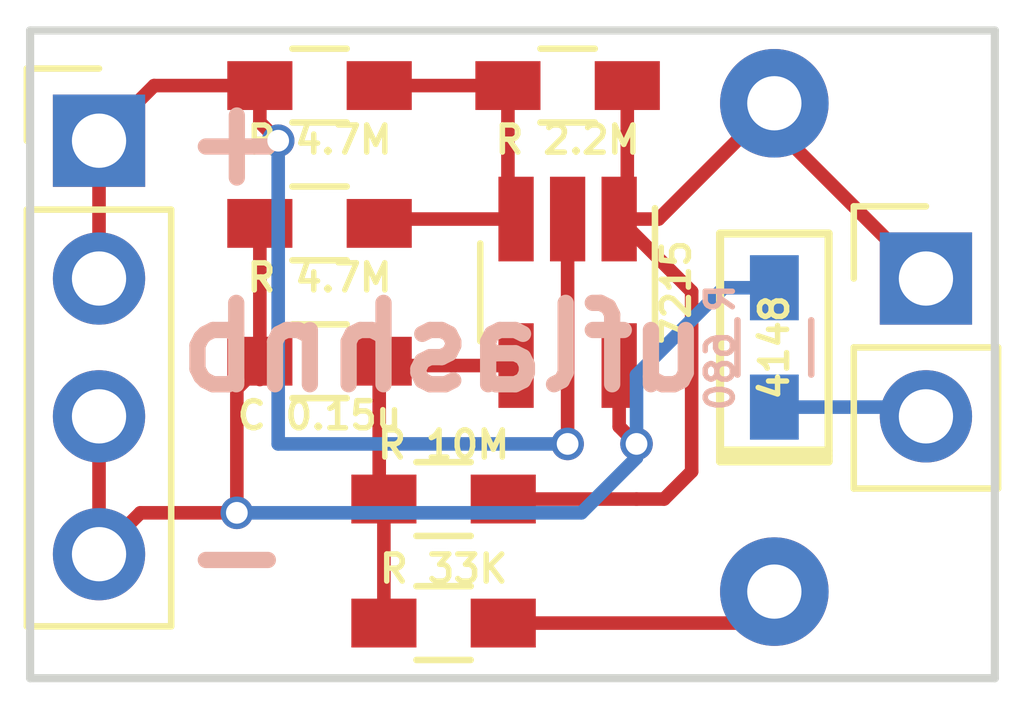
<source format=kicad_pcb>
(kicad_pcb (version 4) (host pcbnew 4.0.7-e2-6376~58~ubuntu16.04.1)

  (general
    (links 0)
    (no_connects 0)
    (area 185.889999 82.371999 212.906 94.868)
    (thickness 1.6)
    (drawings 7)
    (tracks 54)
    (zones 0)
    (modules 11)
    (nets 1)
  )

  (page A4)
  (layers
    (0 F.Cu signal)
    (31 B.Cu signal)
    (32 B.Adhes user)
    (33 F.Adhes user)
    (34 B.Paste user)
    (35 F.Paste user)
    (36 B.SilkS user)
    (37 F.SilkS user)
    (38 B.Mask user)
    (39 F.Mask user)
    (40 Dwgs.User user)
    (41 Cmts.User user)
    (42 Eco1.User user)
    (43 Eco2.User user)
    (44 Edge.Cuts user)
    (45 Margin user)
    (46 B.CrtYd user)
    (47 F.CrtYd user)
    (48 B.Fab user)
    (49 F.Fab user)
  )

  (setup
    (last_trace_width 0.25)
    (trace_clearance 0.2)
    (zone_clearance 0.508)
    (zone_45_only no)
    (trace_min 0.2)
    (segment_width 0.2)
    (edge_width 0.15)
    (via_size 0.6)
    (via_drill 0.4)
    (via_min_size 0.4)
    (via_min_drill 0.3)
    (uvia_size 0.3)
    (uvia_drill 0.1)
    (uvias_allowed no)
    (uvia_min_size 0.2)
    (uvia_min_drill 0.1)
    (pcb_text_width 0.3)
    (pcb_text_size 1.5 1.5)
    (mod_edge_width 0.15)
    (mod_text_size 1 1)
    (mod_text_width 0.15)
    (pad_size 1.524 1.524)
    (pad_drill 0.762)
    (pad_to_mask_clearance 0.2)
    (aux_axis_origin 0 0)
    (visible_elements FFFFFF7F)
    (pcbplotparams
      (layerselection 0x00030_80000001)
      (usegerberextensions false)
      (excludeedgelayer true)
      (linewidth 0.150000)
      (plotframeref false)
      (viasonmask false)
      (mode 1)
      (useauxorigin false)
      (hpglpennumber 1)
      (hpglpenspeed 20)
      (hpglpendiameter 15)
      (hpglpenoverlay 2)
      (psnegative false)
      (psa4output false)
      (plotreference true)
      (plotvalue true)
      (plotinvisibletext false)
      (padsonsilk false)
      (subtractmaskfromsilk false)
      (outputformat 1)
      (mirror false)
      (drillshape 1)
      (scaleselection 1)
      (outputdirectory ""))
  )

  (net 0 "")

  (net_class Default "This is the default net class."
    (clearance 0.2)
    (trace_width 0.25)
    (via_dia 0.6)
    (via_drill 0.4)
    (uvia_dia 0.3)
    (uvia_drill 0.1)
  )

  (module Resistors_SMD:R_0603_HandSoldering (layer B.Cu) (tedit 5A8A5CAE) (tstamp 5A902C9A)
    (at 197.612 88.138 270)
    (descr "Resistor SMD 0603, hand soldering")
    (tags "resistor 0603")
    (attr smd)
    (fp_text reference "R 680" (at 0 1 270) (layer B.SilkS)
      (effects (font (size 0.5 0.5) (thickness 0.1)) (justify mirror))
    )
    (fp_text value "" (at 0 -1.55 270) (layer B.Fab)
      (effects (font (size 1 1) (thickness 0.15)) (justify mirror))
    )
    (fp_text user %R (at 0 0 270) (layer B.Fab)
      (effects (font (size 0.4 0.4) (thickness 0.075)) (justify mirror))
    )
    (fp_line (start -0.8 -0.4) (end -0.8 0.4) (layer B.Fab) (width 0.1))
    (fp_line (start 0.8 -0.4) (end -0.8 -0.4) (layer B.Fab) (width 0.1))
    (fp_line (start 0.8 0.4) (end 0.8 -0.4) (layer B.Fab) (width 0.1))
    (fp_line (start -0.8 0.4) (end 0.8 0.4) (layer B.Fab) (width 0.1))
    (fp_line (start 0.5 -0.68) (end -0.5 -0.68) (layer B.SilkS) (width 0.12))
    (fp_line (start -0.5 0.68) (end 0.5 0.68) (layer B.SilkS) (width 0.12))
    (fp_line (start -1.96 0.7) (end 1.95 0.7) (layer B.CrtYd) (width 0.05))
    (fp_line (start -1.96 0.7) (end -1.96 -0.7) (layer B.CrtYd) (width 0.05))
    (fp_line (start 1.95 -0.7) (end 1.95 0.7) (layer B.CrtYd) (width 0.05))
    (fp_line (start 1.95 -0.7) (end -1.96 -0.7) (layer B.CrtYd) (width 0.05))
    (pad 1 smd rect (at -1.1 0 270) (size 1.2 0.9) (layers B.Cu B.Paste B.Mask))
    (pad 2 smd rect (at 1.1 0 270) (size 1.2 0.9) (layers B.Cu B.Paste B.Mask))
    (model ${KISYS3DMOD}/Resistors_SMD.3dshapes/R_0603.wrl
      (at (xyz 0 0 0))
      (scale (xyz 1 1 1))
      (rotate (xyz 0 0 0))
    )
  )

  (module Resistors_SMD:R_0603_HandSoldering (layer F.Cu) (tedit 5A8A470B) (tstamp 5A8A8B39)
    (at 191.516 93.218)
    (descr "Resistor SMD 0603, hand soldering")
    (tags "resistor 0603")
    (attr smd)
    (fp_text reference "R 33K" (at 0 -1) (layer F.SilkS)
      (effects (font (size 0.5 0.5) (thickness 0.1)))
    )
    (fp_text value "" (at 0 1.55) (layer F.Fab)
      (effects (font (size 1 1) (thickness 0.15)))
    )
    (fp_text user %R (at 0 0) (layer F.Fab)
      (effects (font (size 0.4 0.4) (thickness 0.075)))
    )
    (fp_line (start -0.8 0.4) (end -0.8 -0.4) (layer F.Fab) (width 0.1))
    (fp_line (start 0.8 0.4) (end -0.8 0.4) (layer F.Fab) (width 0.1))
    (fp_line (start 0.8 -0.4) (end 0.8 0.4) (layer F.Fab) (width 0.1))
    (fp_line (start -0.8 -0.4) (end 0.8 -0.4) (layer F.Fab) (width 0.1))
    (fp_line (start 0.5 0.68) (end -0.5 0.68) (layer F.SilkS) (width 0.12))
    (fp_line (start -0.5 -0.68) (end 0.5 -0.68) (layer F.SilkS) (width 0.12))
    (fp_line (start -1.96 -0.7) (end 1.95 -0.7) (layer F.CrtYd) (width 0.05))
    (fp_line (start -1.96 -0.7) (end -1.96 0.7) (layer F.CrtYd) (width 0.05))
    (fp_line (start 1.95 0.7) (end 1.95 -0.7) (layer F.CrtYd) (width 0.05))
    (fp_line (start 1.95 0.7) (end -1.96 0.7) (layer F.CrtYd) (width 0.05))
    (pad 1 smd rect (at -1.1 0) (size 1.2 0.9) (layers F.Cu F.Paste F.Mask))
    (pad 2 smd rect (at 1.1 0) (size 1.2 0.9) (layers F.Cu F.Paste F.Mask))
    (model ${KISYS3DMOD}/Resistors_SMD.3dshapes/R_0603.wrl
      (at (xyz 0 0 0))
      (scale (xyz 1 1 1))
      (rotate (xyz 0 0 0))
    )
  )

  (module Resistors_SMD:R_0603_HandSoldering (layer F.Cu) (tedit 5A8A46F6) (tstamp 5A8A8B28)
    (at 191.516 90.932)
    (descr "Resistor SMD 0603, hand soldering")
    (tags "resistor 0603")
    (attr smd)
    (fp_text reference "R 10M" (at 0 -1) (layer F.SilkS)
      (effects (font (size 0.5 0.5) (thickness 0.1)))
    )
    (fp_text value "" (at 0 1.55) (layer F.Fab)
      (effects (font (size 1 1) (thickness 0.15)))
    )
    (fp_text user %R (at 0 0) (layer F.Fab)
      (effects (font (size 0.4 0.4) (thickness 0.075)))
    )
    (fp_line (start -0.8 0.4) (end -0.8 -0.4) (layer F.Fab) (width 0.1))
    (fp_line (start 0.8 0.4) (end -0.8 0.4) (layer F.Fab) (width 0.1))
    (fp_line (start 0.8 -0.4) (end 0.8 0.4) (layer F.Fab) (width 0.1))
    (fp_line (start -0.8 -0.4) (end 0.8 -0.4) (layer F.Fab) (width 0.1))
    (fp_line (start 0.5 0.68) (end -0.5 0.68) (layer F.SilkS) (width 0.12))
    (fp_line (start -0.5 -0.68) (end 0.5 -0.68) (layer F.SilkS) (width 0.12))
    (fp_line (start -1.96 -0.7) (end 1.95 -0.7) (layer F.CrtYd) (width 0.05))
    (fp_line (start -1.96 -0.7) (end -1.96 0.7) (layer F.CrtYd) (width 0.05))
    (fp_line (start 1.95 0.7) (end 1.95 -0.7) (layer F.CrtYd) (width 0.05))
    (fp_line (start 1.95 0.7) (end -1.96 0.7) (layer F.CrtYd) (width 0.05))
    (pad 1 smd rect (at -1.1 0) (size 1.2 0.9) (layers F.Cu F.Paste F.Mask))
    (pad 2 smd rect (at 1.1 0) (size 1.2 0.9) (layers F.Cu F.Paste F.Mask))
    (model ${KISYS3DMOD}/Resistors_SMD.3dshapes/R_0603.wrl
      (at (xyz 0 0 0))
      (scale (xyz 1 1 1))
      (rotate (xyz 0 0 0))
    )
  )

  (module Resistors_SMD:R_0603_HandSoldering (layer F.Cu) (tedit 5A8A4719) (tstamp 5A8A89B6)
    (at 189.23 88.392 180)
    (descr "Resistor SMD 0603, hand soldering")
    (tags "resistor 0603")
    (attr smd)
    (fp_text reference "C 0.15u" (at 0 -1 180) (layer F.SilkS)
      (effects (font (size 0.5 0.5) (thickness 0.1)))
    )
    (fp_text value "" (at 0 1.55 180) (layer F.Fab)
      (effects (font (size 1 1) (thickness 0.15)))
    )
    (fp_text user %R (at 0 0 180) (layer F.Fab)
      (effects (font (size 0.4 0.4) (thickness 0.075)))
    )
    (fp_line (start -0.8 0.4) (end -0.8 -0.4) (layer F.Fab) (width 0.1))
    (fp_line (start 0.8 0.4) (end -0.8 0.4) (layer F.Fab) (width 0.1))
    (fp_line (start 0.8 -0.4) (end 0.8 0.4) (layer F.Fab) (width 0.1))
    (fp_line (start -0.8 -0.4) (end 0.8 -0.4) (layer F.Fab) (width 0.1))
    (fp_line (start 0.5 0.68) (end -0.5 0.68) (layer F.SilkS) (width 0.12))
    (fp_line (start -0.5 -0.68) (end 0.5 -0.68) (layer F.SilkS) (width 0.12))
    (fp_line (start -1.96 -0.7) (end 1.95 -0.7) (layer F.CrtYd) (width 0.05))
    (fp_line (start -1.96 -0.7) (end -1.96 0.7) (layer F.CrtYd) (width 0.05))
    (fp_line (start 1.95 0.7) (end 1.95 -0.7) (layer F.CrtYd) (width 0.05))
    (fp_line (start 1.95 0.7) (end -1.96 0.7) (layer F.CrtYd) (width 0.05))
    (pad 1 smd rect (at -1.1 0 180) (size 1.2 0.9) (layers F.Cu F.Paste F.Mask))
    (pad 2 smd rect (at 1.1 0 180) (size 1.2 0.9) (layers F.Cu F.Paste F.Mask))
    (model ${KISYS3DMOD}/Resistors_SMD.3dshapes/R_0603.wrl
      (at (xyz 0 0 0))
      (scale (xyz 1 1 1))
      (rotate (xyz 0 0 0))
    )
  )

  (module Resistors_SMD:R_0603_HandSoldering (layer F.Cu) (tedit 5A8A472A) (tstamp 5A8A89A5)
    (at 189.23 85.852 180)
    (descr "Resistor SMD 0603, hand soldering")
    (tags "resistor 0603")
    (attr smd)
    (fp_text reference "R 4.7M" (at 0 -1 180) (layer F.SilkS)
      (effects (font (size 0.5 0.5) (thickness 0.1)))
    )
    (fp_text value "" (at 0 1.55 180) (layer F.Fab)
      (effects (font (size 1 1) (thickness 0.15)))
    )
    (fp_text user %R (at 0 0 180) (layer F.Fab)
      (effects (font (size 0.4 0.4) (thickness 0.075)))
    )
    (fp_line (start -0.8 0.4) (end -0.8 -0.4) (layer F.Fab) (width 0.1))
    (fp_line (start 0.8 0.4) (end -0.8 0.4) (layer F.Fab) (width 0.1))
    (fp_line (start 0.8 -0.4) (end 0.8 0.4) (layer F.Fab) (width 0.1))
    (fp_line (start -0.8 -0.4) (end 0.8 -0.4) (layer F.Fab) (width 0.1))
    (fp_line (start 0.5 0.68) (end -0.5 0.68) (layer F.SilkS) (width 0.12))
    (fp_line (start -0.5 -0.68) (end 0.5 -0.68) (layer F.SilkS) (width 0.12))
    (fp_line (start -1.96 -0.7) (end 1.95 -0.7) (layer F.CrtYd) (width 0.05))
    (fp_line (start -1.96 -0.7) (end -1.96 0.7) (layer F.CrtYd) (width 0.05))
    (fp_line (start 1.95 0.7) (end 1.95 -0.7) (layer F.CrtYd) (width 0.05))
    (fp_line (start 1.95 0.7) (end -1.96 0.7) (layer F.CrtYd) (width 0.05))
    (pad 1 smd rect (at -1.1 0 180) (size 1.2 0.9) (layers F.Cu F.Paste F.Mask))
    (pad 2 smd rect (at 1.1 0 180) (size 1.2 0.9) (layers F.Cu F.Paste F.Mask))
    (model ${KISYS3DMOD}/Resistors_SMD.3dshapes/R_0603.wrl
      (at (xyz 0 0 0))
      (scale (xyz 1 1 1))
      (rotate (xyz 0 0 0))
    )
  )

  (module Resistors_SMD:R_0603_HandSoldering (layer F.Cu) (tedit 5A8A5248) (tstamp 5A8A8994)
    (at 189.23 83.312)
    (descr "Resistor SMD 0603, hand soldering")
    (tags "resistor 0603")
    (attr smd)
    (fp_text reference "R 4.7M" (at 0 1) (layer F.SilkS)
      (effects (font (size 0.5 0.5) (thickness 0.1)))
    )
    (fp_text value "" (at 0 1.55) (layer F.Fab)
      (effects (font (size 1 1) (thickness 0.15)))
    )
    (fp_text user %R (at 0 0) (layer F.Fab)
      (effects (font (size 0.4 0.4) (thickness 0.075)))
    )
    (fp_line (start -0.8 0.4) (end -0.8 -0.4) (layer F.Fab) (width 0.1))
    (fp_line (start 0.8 0.4) (end -0.8 0.4) (layer F.Fab) (width 0.1))
    (fp_line (start 0.8 -0.4) (end 0.8 0.4) (layer F.Fab) (width 0.1))
    (fp_line (start -0.8 -0.4) (end 0.8 -0.4) (layer F.Fab) (width 0.1))
    (fp_line (start 0.5 0.68) (end -0.5 0.68) (layer F.SilkS) (width 0.12))
    (fp_line (start -0.5 -0.68) (end 0.5 -0.68) (layer F.SilkS) (width 0.12))
    (fp_line (start -1.96 -0.7) (end 1.95 -0.7) (layer F.CrtYd) (width 0.05))
    (fp_line (start -1.96 -0.7) (end -1.96 0.7) (layer F.CrtYd) (width 0.05))
    (fp_line (start 1.95 0.7) (end 1.95 -0.7) (layer F.CrtYd) (width 0.05))
    (fp_line (start 1.95 0.7) (end -1.96 0.7) (layer F.CrtYd) (width 0.05))
    (pad 1 smd rect (at -1.1 0) (size 1.2 0.9) (layers F.Cu F.Paste F.Mask))
    (pad 2 smd rect (at 1.1 0) (size 1.2 0.9) (layers F.Cu F.Paste F.Mask))
    (model ${KISYS3DMOD}/Resistors_SMD.3dshapes/R_0603.wrl
      (at (xyz 0 0 0))
      (scale (xyz 1 1 1))
      (rotate (xyz 0 0 0))
    )
  )

  (module TO_SOT_Packages_SMD:SOT-23-5_HandSoldering (layer F.Cu) (tedit 5A8A5517) (tstamp 5A8A54F0)
    (at 193.802 87.122 270)
    (descr "5-pin SOT23 package")
    (tags "SOT-23-5 hand-soldering")
    (attr smd)
    (fp_text reference 7215 (at 0 -2 270) (layer F.SilkS)
      (effects (font (size 0.5 0.5) (thickness 0.1)))
    )
    (fp_text value "" (at 0 2.9 270) (layer F.Fab)
      (effects (font (size 1 1) (thickness 0.15)))
    )
    (fp_text user %R (at 0 0 360) (layer F.Fab)
      (effects (font (size 0.5 0.5) (thickness 0.075)))
    )
    (fp_line (start -0.9 1.61) (end 0.9 1.61) (layer F.SilkS) (width 0.12))
    (fp_line (start 0.9 -1.61) (end -1.55 -1.61) (layer F.SilkS) (width 0.12))
    (fp_line (start -0.9 -0.9) (end -0.25 -1.55) (layer F.Fab) (width 0.1))
    (fp_line (start 0.9 -1.55) (end -0.25 -1.55) (layer F.Fab) (width 0.1))
    (fp_line (start -0.9 -0.9) (end -0.9 1.55) (layer F.Fab) (width 0.1))
    (fp_line (start 0.9 1.55) (end -0.9 1.55) (layer F.Fab) (width 0.1))
    (fp_line (start 0.9 -1.55) (end 0.9 1.55) (layer F.Fab) (width 0.1))
    (fp_line (start -2.38 -1.8) (end 2.38 -1.8) (layer F.CrtYd) (width 0.05))
    (fp_line (start -2.38 -1.8) (end -2.38 1.8) (layer F.CrtYd) (width 0.05))
    (fp_line (start 2.38 1.8) (end 2.38 -1.8) (layer F.CrtYd) (width 0.05))
    (fp_line (start 2.38 1.8) (end -2.38 1.8) (layer F.CrtYd) (width 0.05))
    (pad 1 smd rect (at -1.35 -0.95 270) (size 1.56 0.65) (layers F.Cu F.Paste F.Mask))
    (pad 2 smd rect (at -1.35 0 270) (size 1.56 0.65) (layers F.Cu F.Paste F.Mask))
    (pad 3 smd rect (at -1.35 0.95 270) (size 1.56 0.65) (layers F.Cu F.Paste F.Mask))
    (pad 4 smd rect (at 1.35 0.95 270) (size 1.56 0.65) (layers F.Cu F.Paste F.Mask))
    (pad 5 smd rect (at 1.35 -0.95 270) (size 1.56 0.65) (layers F.Cu F.Paste F.Mask))
    (model ${KISYS3DMOD}/TO_SOT_Packages_SMD.3dshapes\SOT-23-5.wrl
      (at (xyz 0 0 0))
      (scale (xyz 1 1 1))
      (rotate (xyz 0 0 0))
    )
  )

  (module Resistors_SMD:R_0603_HandSoldering (layer F.Cu) (tedit 5A8A5267) (tstamp 5A8A894E)
    (at 193.802 83.312)
    (descr "Resistor SMD 0603, hand soldering")
    (tags "resistor 0603")
    (attr smd)
    (fp_text reference "R 2.2M" (at 0 1) (layer F.SilkS)
      (effects (font (size 0.5 0.5) (thickness 0.1)))
    )
    (fp_text value "" (at 0 1.55) (layer F.Fab)
      (effects (font (size 1 1) (thickness 0.15)))
    )
    (fp_text user %R (at 0 0) (layer F.Fab)
      (effects (font (size 0.4 0.4) (thickness 0.075)))
    )
    (fp_line (start -0.8 0.4) (end -0.8 -0.4) (layer F.Fab) (width 0.1))
    (fp_line (start 0.8 0.4) (end -0.8 0.4) (layer F.Fab) (width 0.1))
    (fp_line (start 0.8 -0.4) (end 0.8 0.4) (layer F.Fab) (width 0.1))
    (fp_line (start -0.8 -0.4) (end 0.8 -0.4) (layer F.Fab) (width 0.1))
    (fp_line (start 0.5 0.68) (end -0.5 0.68) (layer F.SilkS) (width 0.12))
    (fp_line (start -0.5 -0.68) (end 0.5 -0.68) (layer F.SilkS) (width 0.12))
    (fp_line (start -1.96 -0.7) (end 1.95 -0.7) (layer F.CrtYd) (width 0.05))
    (fp_line (start -1.96 -0.7) (end -1.96 0.7) (layer F.CrtYd) (width 0.05))
    (fp_line (start 1.95 0.7) (end 1.95 -0.7) (layer F.CrtYd) (width 0.05))
    (fp_line (start 1.95 0.7) (end -1.96 0.7) (layer F.CrtYd) (width 0.05))
    (pad 1 smd rect (at -1.1 0) (size 1.2 0.9) (layers F.Cu F.Paste F.Mask))
    (pad 2 smd rect (at 1.1 0) (size 1.2 0.9) (layers F.Cu F.Paste F.Mask))
    (model ${KISYS3DMOD}/Resistors_SMD.3dshapes/R_0603.wrl
      (at (xyz 0 0 0))
      (scale (xyz 1 1 1))
      (rotate (xyz 0 0 0))
    )
  )

  (module Battery_Holders:diode (layer F.Cu) (tedit 5A8A5505) (tstamp 5A8A5191)
    (at 197.612 88.138 90)
    (descr "diode 4.2max ,")
    (tags "diode 4.2max ,")
    (fp_text reference 4148 (at 0 0 90) (layer F.SilkS)
      (effects (font (size 0.5 0.5) (thickness 0.1)))
    )
    (fp_text value "" (at 0 0 90) (layer F.SilkS)
      (effects (font (thickness 0.15)))
    )
    (fp_line (start -2.1 1) (end 2.1 1) (layer F.SilkS) (width 0.15))
    (fp_line (start -2.1 -1) (end 2.1 -1) (layer F.SilkS) (width 0.15))
    (fp_line (start -1.9 1) (end -1.9 -1) (layer F.SilkS) (width 0.15))
    (fp_line (start -2 1) (end -2 -1) (layer F.SilkS) (width 0.15))
    (fp_line (start -2.1 1) (end -2.1 -1) (layer F.SilkS) (width 0.15))
    (fp_line (start 2.1 1) (end 2.1 -1) (layer F.SilkS) (width 0.15))
    (pad 1 thru_hole circle (at -4.5 0 90) (size 2 2) (drill 1) (layers *.Cu *.Mask))
    (pad 2 thru_hole circle (at 4.5 0 90) (size 2 2) (drill 1) (layers *.Cu *.Mask))
  )

  (module Pin_Headers:Pin_Header_Straight_1x04_Pitch2.54mm (layer F.Cu) (tedit 5A8CDFB1) (tstamp 5A8FA634)
    (at 185.166 84.328)
    (descr "Through hole straight pin header, 1x04, 2.54mm pitch, single row")
    (tags "Through hole pin header THT 1x04 2.54mm single row")
    (fp_text reference "" (at 0 -2.33) (layer F.SilkS)
      (effects (font (size 1 1) (thickness 0.15)))
    )
    (fp_text value "" (at 0 9.95) (layer F.Fab)
      (effects (font (size 1 1) (thickness 0.15)))
    )
    (fp_line (start -0.635 -1.27) (end 1.27 -1.27) (layer F.Fab) (width 0.1))
    (fp_line (start 1.27 -1.27) (end 1.27 8.89) (layer F.Fab) (width 0.1))
    (fp_line (start 1.27 8.89) (end -1.27 8.89) (layer F.Fab) (width 0.1))
    (fp_line (start -1.27 8.89) (end -1.27 -0.635) (layer F.Fab) (width 0.1))
    (fp_line (start -1.27 -0.635) (end -0.635 -1.27) (layer F.Fab) (width 0.1))
    (fp_line (start -1.33 8.95) (end 1.33 8.95) (layer F.SilkS) (width 0.12))
    (fp_line (start -1.33 1.27) (end -1.33 8.95) (layer F.SilkS) (width 0.12))
    (fp_line (start 1.33 1.27) (end 1.33 8.95) (layer F.SilkS) (width 0.12))
    (fp_line (start -1.33 1.27) (end 1.33 1.27) (layer F.SilkS) (width 0.12))
    (fp_line (start -1.33 0) (end -1.33 -1.33) (layer F.SilkS) (width 0.12))
    (fp_line (start -1.33 -1.33) (end 0 -1.33) (layer F.SilkS) (width 0.12))
    (fp_line (start -1.8 -1.8) (end -1.8 9.4) (layer F.CrtYd) (width 0.05))
    (fp_line (start -1.8 9.4) (end 1.8 9.4) (layer F.CrtYd) (width 0.05))
    (fp_line (start 1.8 9.4) (end 1.8 -1.8) (layer F.CrtYd) (width 0.05))
    (fp_line (start 1.8 -1.8) (end -1.8 -1.8) (layer F.CrtYd) (width 0.05))
    (fp_text user %R (at 0 3.81 90) (layer F.Fab)
      (effects (font (size 1 1) (thickness 0.15)))
    )
    (pad 1 thru_hole rect (at 0 0) (size 1.7 1.7) (drill 1) (layers *.Cu *.Mask))
    (pad 2 thru_hole oval (at 0 2.54) (size 1.7 1.7) (drill 1) (layers *.Cu *.Mask))
    (pad 3 thru_hole oval (at 0 5.08) (size 1.7 1.7) (drill 1) (layers *.Cu *.Mask))
    (pad 4 thru_hole oval (at 0 7.62) (size 1.7 1.7) (drill 1) (layers *.Cu *.Mask))
    (model ${KISYS3DMOD}/Pin_Headers.3dshapes/Pin_Header_Straight_1x04_Pitch2.54mm.wrl
      (at (xyz 0 0 0))
      (scale (xyz 1 1 1))
      (rotate (xyz 0 0 0))
    )
  )

  (module Pin_Headers:Pin_Header_Straight_1x02_Pitch2.54mm (layer F.Cu) (tedit 5A8CE0B4) (tstamp 5A926DD3)
    (at 200.406 86.868)
    (descr "Through hole straight pin header, 1x02, 2.54mm pitch, single row")
    (tags "Through hole pin header THT 1x02 2.54mm single row")
    (fp_text reference "" (at 0 -2.33) (layer F.SilkS)
      (effects (font (size 1 1) (thickness 0.15)))
    )
    (fp_text value "" (at 0 4.87) (layer F.Fab)
      (effects (font (size 1 1) (thickness 0.15)))
    )
    (fp_line (start -0.635 -1.27) (end 1.27 -1.27) (layer F.Fab) (width 0.1))
    (fp_line (start 1.27 -1.27) (end 1.27 3.81) (layer F.Fab) (width 0.1))
    (fp_line (start 1.27 3.81) (end -1.27 3.81) (layer F.Fab) (width 0.1))
    (fp_line (start -1.27 3.81) (end -1.27 -0.635) (layer F.Fab) (width 0.1))
    (fp_line (start -1.27 -0.635) (end -0.635 -1.27) (layer F.Fab) (width 0.1))
    (fp_line (start -1.33 3.87) (end 1.33 3.87) (layer F.SilkS) (width 0.12))
    (fp_line (start -1.33 1.27) (end -1.33 3.87) (layer F.SilkS) (width 0.12))
    (fp_line (start 1.33 1.27) (end 1.33 3.87) (layer F.SilkS) (width 0.12))
    (fp_line (start -1.33 1.27) (end 1.33 1.27) (layer F.SilkS) (width 0.12))
    (fp_line (start -1.33 0) (end -1.33 -1.33) (layer F.SilkS) (width 0.12))
    (fp_line (start -1.33 -1.33) (end 0 -1.33) (layer F.SilkS) (width 0.12))
    (fp_line (start -1.8 -1.8) (end -1.8 4.35) (layer F.CrtYd) (width 0.05))
    (fp_line (start -1.8 4.35) (end 1.8 4.35) (layer F.CrtYd) (width 0.05))
    (fp_line (start 1.8 4.35) (end 1.8 -1.8) (layer F.CrtYd) (width 0.05))
    (fp_line (start 1.8 -1.8) (end -1.8 -1.8) (layer F.CrtYd) (width 0.05))
    (fp_text user %R (at 0 1.27 90) (layer F.Fab)
      (effects (font (size 1 1) (thickness 0.15)))
    )
    (pad 1 thru_hole rect (at 0 0) (size 1.7 1.7) (drill 1) (layers *.Cu *.Mask))
    (pad 2 thru_hole oval (at 0 2.54) (size 1.7 1.7) (drill 1) (layers *.Cu *.Mask))
    (model ${KISYS3DMOD}/Pin_Headers.3dshapes/Pin_Header_Straight_1x02_Pitch2.54mm.wrl
      (at (xyz 0 0 0))
      (scale (xyz 1 1 1))
      (rotate (xyz 0 0 0))
    )
  )

  (gr_line (start 201.676 82.296) (end 201.676 94.234) (angle 90) (layer Edge.Cuts) (width 0.15))
  (gr_line (start 183.896 82.296) (end 201.676 82.296) (angle 90) (layer Edge.Cuts) (width 0.15))
  (gr_line (start 183.896 94.234) (end 183.896 82.296) (angle 90) (layer Edge.Cuts) (width 0.15))
  (gr_line (start 201.676 94.234) (end 183.896 94.234) (angle 90) (layer Edge.Cuts) (width 0.15))
  (gr_text uflashnb (at 191.516 88.138) (layer B.SilkS)
    (effects (font (size 1.5 1.5) (thickness 0.3)) (justify mirror))
  )
  (gr_text - (at 187.706 91.948) (layer B.SilkS)
    (effects (font (size 1.5 1.5) (thickness 0.3)) (justify mirror))
  )
  (gr_text + (at 187.706 84.328) (layer B.SilkS)
    (effects (font (size 1.5 1.5) (thickness 0.3)) (justify mirror))
  )

  (segment (start 187.706 91.186) (end 185.928 91.186) (width 0.25) (layer F.Cu) (net 0))
  (segment (start 185.928 91.186) (end 185.166 91.948) (width 0.25) (layer F.Cu) (net 0) (tstamp 5A926ED8) (status 800000))
  (segment (start 195.072 89.916) (end 195.072 90.17) (width 0.25) (layer B.Cu) (net 0))
  (segment (start 187.706 88.9) (end 188.13 88.476) (width 0.25) (layer F.Cu) (net 0) (tstamp 5A926ED5) (status 800000))
  (segment (start 187.706 91.186) (end 187.706 88.9) (width 0.25) (layer F.Cu) (net 0) (tstamp 5A926ED4))
  (via (at 187.706 91.186) (size 0.6) (drill 0.4) (layers F.Cu B.Cu) (net 0))
  (segment (start 194.056 91.186) (end 187.706 91.186) (width 0.25) (layer B.Cu) (net 0) (tstamp 5A926ED1))
  (segment (start 195.072 90.17) (end 194.056 91.186) (width 0.25) (layer B.Cu) (net 0) (tstamp 5A926ED0))
  (segment (start 188.13 88.476) (end 188.13 88.392) (width 0.25) (layer F.Cu) (net 0) (tstamp 5A926ED6) (status C00000))
  (segment (start 188.13 83.312) (end 186.182 83.312) (width 0.25) (layer F.Cu) (net 0))
  (segment (start 186.182 83.312) (end 185.166 84.328) (width 0.25) (layer F.Cu) (net 0) (tstamp 5A926ECB))
  (segment (start 185.166 91.948) (end 185.166 89.408) (width 0.25) (layer F.Cu) (net 0))
  (segment (start 185.166 84.328) (end 185.166 86.868) (width 0.25) (layer F.Cu) (net 0))
  (segment (start 188.13 85.852) (end 188.13 88.392) (width 0.25) (layer F.Cu) (net 0))
  (segment (start 188.13 88.73) (end 188.13 88.392) (width 0.25) (layer F.Cu) (net 0) (tstamp 5A926EA5))
  (segment (start 193.802 85.772) (end 193.802 89.916) (width 0.25) (layer F.Cu) (net 0))
  (segment (start 188.13 83.99) (end 188.13 83.312) (width 0.25) (layer F.Cu) (net 0) (tstamp 5A926E9C))
  (segment (start 188.468 84.328) (end 188.13 83.99) (width 0.25) (layer F.Cu) (net 0) (tstamp 5A926E9B))
  (via (at 188.468 84.328) (size 0.6) (drill 0.4) (layers F.Cu B.Cu) (net 0))
  (segment (start 188.468 89.916) (end 188.468 84.328) (width 0.25) (layer B.Cu) (net 0) (tstamp 5A926E98))
  (segment (start 193.802 89.916) (end 188.468 89.916) (width 0.25) (layer B.Cu) (net 0) (tstamp 5A926E97))
  (via (at 193.802 89.916) (size 0.6) (drill 0.4) (layers F.Cu B.Cu) (net 0))
  (segment (start 197.612 87.038) (end 196.68 87.038) (width 0.25) (layer B.Cu) (net 0))
  (segment (start 195.072 88.646) (end 195.072 89.916) (width 0.25) (layer B.Cu) (net 0) (tstamp 5A926E34))
  (segment (start 196.68 87.038) (end 195.072 88.646) (width 0.25) (layer B.Cu) (net 0) (tstamp 5A926E33))
  (segment (start 197.612 89.238) (end 200.236 89.238) (width 0.25) (layer B.Cu) (net 0))
  (segment (start 200.236 89.238) (end 200.406 89.408) (width 0.25) (layer B.Cu) (net 0) (tstamp 5A926E31))
  (segment (start 197.612 83.638) (end 197.612 84.074) (width 0.25) (layer F.Cu) (net 0))
  (segment (start 197.612 84.074) (end 200.406 86.868) (width 0.25) (layer F.Cu) (net 0) (tstamp 5A926E2D))
  (segment (start 194.902 83.312) (end 194.902 85.622) (width 0.25) (layer F.Cu) (net 0))
  (segment (start 194.902 85.622) (end 194.752 85.772) (width 0.25) (layer F.Cu) (net 0) (tstamp 5A8A5F37))
  (segment (start 192.616 93.218) (end 197.032 93.218) (width 0.25) (layer F.Cu) (net 0))
  (segment (start 197.032 93.218) (end 197.612 92.638) (width 0.25) (layer F.Cu) (net 0) (tstamp 5A8A5215))
  (segment (start 194.752 85.772) (end 195.478 85.772) (width 0.25) (layer F.Cu) (net 0))
  (segment (start 195.478 85.772) (end 197.612 83.638) (width 0.25) (layer F.Cu) (net 0) (tstamp 5A8A5211))
  (segment (start 192.616 90.932) (end 195.072 90.932) (width 0.25) (layer F.Cu) (net 0))
  (segment (start 196.088 87.108) (end 194.752 85.772) (width 0.25) (layer F.Cu) (net 0) (tstamp 5A902C81))
  (segment (start 196.088 90.424) (end 196.088 87.108) (width 0.25) (layer F.Cu) (net 0) (tstamp 5A902C80))
  (segment (start 195.58 90.932) (end 196.088 90.424) (width 0.25) (layer F.Cu) (net 0) (tstamp 5A902C7F))
  (segment (start 195.072 90.932) (end 195.58 90.932) (width 0.25) (layer F.Cu) (net 0) (tstamp 5A902C7E))
  (segment (start 194.752 88.472) (end 194.752 89.596) (width 0.25) (layer F.Cu) (net 0))
  (via (at 195.072 89.916) (size 0.6) (drill 0.4) (layers F.Cu B.Cu) (net 0))
  (segment (start 194.752 89.596) (end 195.072 89.916) (width 0.25) (layer F.Cu) (net 0) (tstamp 5A902C78))
  (segment (start 194.752 85.772) (end 194.752 85.786) (width 0.25) (layer F.Cu) (net 0))
  (segment (start 190.416 90.932) (end 190.416 93.218) (width 0.25) (layer F.Cu) (net 0))
  (segment (start 190.33 88.392) (end 190.33 90.846) (width 0.25) (layer F.Cu) (net 0))
  (segment (start 190.33 90.846) (end 190.416 90.932) (width 0.25) (layer F.Cu) (net 0) (tstamp 5A902C4D))
  (segment (start 192.852 88.472) (end 190.41 88.472) (width 0.25) (layer F.Cu) (net 0))
  (segment (start 190.41 88.472) (end 190.33 88.392) (width 0.25) (layer F.Cu) (net 0) (tstamp 5A902B84))
  (segment (start 192.852 85.772) (end 190.41 85.772) (width 0.25) (layer F.Cu) (net 0))
  (segment (start 190.41 85.772) (end 190.33 85.852) (width 0.25) (layer F.Cu) (net 0) (tstamp 5A902B81))
  (segment (start 192.702 83.312) (end 192.702 85.622) (width 0.25) (layer F.Cu) (net 0))
  (segment (start 192.702 85.622) (end 192.852 85.772) (width 0.25) (layer F.Cu) (net 0) (tstamp 5A902B7E))
  (segment (start 190.33 83.312) (end 192.702 83.312) (width 0.25) (layer F.Cu) (net 0))

)

</source>
